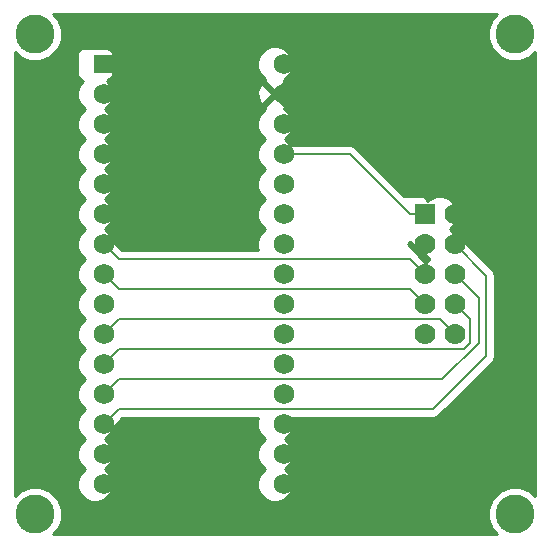
<source format=gtl>
G04 (created by PCBNEW-RS274X (2011-07-19)-testing) date Fri 10 Feb 2012 03:23:04 PM PST*
G01*
G70*
G90*
%MOIN*%
G04 Gerber Fmt 3.4, Leading zero omitted, Abs format*
%FSLAX34Y34*%
G04 APERTURE LIST*
%ADD10C,0.006000*%
%ADD11R,0.069000X0.060000*%
%ADD12C,0.069000*%
%ADD13R,0.070000X0.070000*%
%ADD14C,0.070000*%
%ADD15C,0.130000*%
%ADD16C,0.008000*%
%ADD17C,0.010000*%
G04 APERTURE END LIST*
G54D10*
G54D11*
X48300Y-32000D03*
G54D12*
X48300Y-33000D03*
X48300Y-34000D03*
X48300Y-35000D03*
X48300Y-36000D03*
X48300Y-37000D03*
X48300Y-38000D03*
X48300Y-39000D03*
X48300Y-40000D03*
X48300Y-41000D03*
X48300Y-42000D03*
X48300Y-43000D03*
X48300Y-44000D03*
X48300Y-45000D03*
X48300Y-46000D03*
X54300Y-46000D03*
X54300Y-45000D03*
X54300Y-44000D03*
X54300Y-43000D03*
X54300Y-42000D03*
X54300Y-41000D03*
X54300Y-40000D03*
X54300Y-39000D03*
X54300Y-38000D03*
X54300Y-37000D03*
X54300Y-36000D03*
X54300Y-35000D03*
X54300Y-34000D03*
X54300Y-33000D03*
X54300Y-32000D03*
G54D13*
X59000Y-37000D03*
G54D14*
X60000Y-37000D03*
X59000Y-38000D03*
X60000Y-38000D03*
X59000Y-39000D03*
X60000Y-39000D03*
X59000Y-40000D03*
X60000Y-40000D03*
X59000Y-41000D03*
X60000Y-41000D03*
G54D15*
X62000Y-31000D03*
X62000Y-47000D03*
X46000Y-47000D03*
X46000Y-31000D03*
G54D16*
X56507Y-35000D02*
X54300Y-35000D01*
X58507Y-37000D02*
X56507Y-35000D01*
X59000Y-37000D02*
X58507Y-37000D01*
X48800Y-42500D02*
X48300Y-43000D01*
X59571Y-42500D02*
X48800Y-42500D01*
X60790Y-41281D02*
X59571Y-42500D01*
X60790Y-39790D02*
X60790Y-41281D01*
X60000Y-39000D02*
X60790Y-39790D01*
X48800Y-41500D02*
X48300Y-42000D01*
X60310Y-41500D02*
X48800Y-41500D01*
X60508Y-41302D02*
X60310Y-41500D01*
X60508Y-40508D02*
X60508Y-41302D01*
X60000Y-40000D02*
X60508Y-40508D01*
X48800Y-43500D02*
X48300Y-44000D01*
X59281Y-43500D02*
X48800Y-43500D01*
X61051Y-41730D02*
X59281Y-43500D01*
X61051Y-39051D02*
X61051Y-41730D01*
X60000Y-38000D02*
X61051Y-39051D01*
X48800Y-38500D02*
X48300Y-38000D01*
X58500Y-38500D02*
X48800Y-38500D01*
X59000Y-39000D02*
X58500Y-38500D01*
X48800Y-39500D02*
X48300Y-39000D01*
X58500Y-39500D02*
X48800Y-39500D01*
X59000Y-40000D02*
X58500Y-39500D01*
X48800Y-40500D02*
X48300Y-41000D01*
X59500Y-40500D02*
X48800Y-40500D01*
X60000Y-41000D02*
X59500Y-40500D01*
G54D10*
G36*
X59153Y-38500D02*
X59031Y-38621D01*
X58838Y-38428D01*
X58843Y-38414D01*
X58535Y-38106D01*
X58500Y-38071D01*
X58429Y-38000D01*
X58500Y-37929D01*
X58571Y-38000D01*
X58606Y-38035D01*
X58914Y-38343D01*
X58984Y-38319D01*
X58992Y-38339D01*
X59153Y-38500D01*
X59153Y-38500D01*
G37*
G54D17*
X59153Y-38500D02*
X59031Y-38621D01*
X58838Y-38428D01*
X58843Y-38414D01*
X58535Y-38106D01*
X58500Y-38071D01*
X58429Y-38000D01*
X58500Y-37929D01*
X58571Y-38000D01*
X58606Y-38035D01*
X58914Y-38343D01*
X58984Y-38319D01*
X58992Y-38339D01*
X59153Y-38500D01*
G54D10*
G36*
X62675Y-46402D02*
X62511Y-46238D01*
X62180Y-46100D01*
X61822Y-46100D01*
X61491Y-46237D01*
X61341Y-46386D01*
X61341Y-41730D01*
X61341Y-39051D01*
X61319Y-38940D01*
X61256Y-38846D01*
X60205Y-37795D01*
X60111Y-37732D01*
X60030Y-37716D01*
X60008Y-37661D01*
X59847Y-37500D01*
X60008Y-37339D01*
X60099Y-37119D01*
X60099Y-36881D01*
X60008Y-36661D01*
X59839Y-36492D01*
X59619Y-36401D01*
X59381Y-36401D01*
X59161Y-36492D01*
X59085Y-36567D01*
X59061Y-36509D01*
X58991Y-36439D01*
X58900Y-36401D01*
X58801Y-36401D01*
X58318Y-36401D01*
X56712Y-34795D01*
X56618Y-34732D01*
X56507Y-34710D01*
X54522Y-34710D01*
X54504Y-34664D01*
X54340Y-34500D01*
X54503Y-34337D01*
X54594Y-34118D01*
X54594Y-33882D01*
X54594Y-32118D01*
X54594Y-31882D01*
X54504Y-31664D01*
X54337Y-31497D01*
X54118Y-31406D01*
X53882Y-31406D01*
X53664Y-31496D01*
X53497Y-31663D01*
X53406Y-31882D01*
X53406Y-32118D01*
X53496Y-32336D01*
X53663Y-32503D01*
X53685Y-32512D01*
X53661Y-32590D01*
X54000Y-32929D01*
X54339Y-32590D01*
X54314Y-32512D01*
X54336Y-32504D01*
X54503Y-32337D01*
X54594Y-32118D01*
X54594Y-33882D01*
X54588Y-33867D01*
X54588Y-33090D01*
X54578Y-32858D01*
X54508Y-32692D01*
X54410Y-32661D01*
X54071Y-33000D01*
X54410Y-33339D01*
X54508Y-33308D01*
X54588Y-33090D01*
X54588Y-33867D01*
X54504Y-33664D01*
X54337Y-33497D01*
X54314Y-33487D01*
X54339Y-33410D01*
X54000Y-33071D01*
X53929Y-33142D01*
X53929Y-33000D01*
X53590Y-32661D01*
X53492Y-32692D01*
X53412Y-32910D01*
X53422Y-33142D01*
X53492Y-33308D01*
X53590Y-33339D01*
X53929Y-33000D01*
X53929Y-33142D01*
X53661Y-33410D01*
X53685Y-33487D01*
X53664Y-33496D01*
X53497Y-33663D01*
X53406Y-33882D01*
X53406Y-34118D01*
X53496Y-34336D01*
X53660Y-34500D01*
X53497Y-34663D01*
X53406Y-34882D01*
X53406Y-35118D01*
X53496Y-35336D01*
X53660Y-35500D01*
X53497Y-35663D01*
X53406Y-35882D01*
X53406Y-36118D01*
X53496Y-36336D01*
X53660Y-36500D01*
X53497Y-36663D01*
X53406Y-36882D01*
X53406Y-37118D01*
X53496Y-37336D01*
X53660Y-37500D01*
X53497Y-37663D01*
X53406Y-37882D01*
X53406Y-38118D01*
X53443Y-38210D01*
X48920Y-38210D01*
X48594Y-37884D01*
X48594Y-37882D01*
X48504Y-37664D01*
X48340Y-37500D01*
X48503Y-37337D01*
X48594Y-37118D01*
X48594Y-36882D01*
X48504Y-36664D01*
X48340Y-36500D01*
X48503Y-36337D01*
X48594Y-36118D01*
X48594Y-35882D01*
X48504Y-35664D01*
X48340Y-35500D01*
X48503Y-35337D01*
X48594Y-35118D01*
X48594Y-34882D01*
X48504Y-34664D01*
X48340Y-34500D01*
X48503Y-34337D01*
X48594Y-34118D01*
X48594Y-33882D01*
X48504Y-33664D01*
X48340Y-33500D01*
X48503Y-33337D01*
X48594Y-33118D01*
X48594Y-32882D01*
X48504Y-32664D01*
X48389Y-32549D01*
X48394Y-32549D01*
X48486Y-32511D01*
X48556Y-32441D01*
X48594Y-32350D01*
X48594Y-32251D01*
X48594Y-31651D01*
X48556Y-31559D01*
X48486Y-31489D01*
X48395Y-31451D01*
X48296Y-31451D01*
X47606Y-31451D01*
X47514Y-31489D01*
X47444Y-31559D01*
X47406Y-31650D01*
X47406Y-31749D01*
X47406Y-32349D01*
X47444Y-32441D01*
X47514Y-32511D01*
X47605Y-32549D01*
X47611Y-32549D01*
X47497Y-32663D01*
X47406Y-32882D01*
X47406Y-33118D01*
X47496Y-33336D01*
X47660Y-33500D01*
X47497Y-33663D01*
X47406Y-33882D01*
X47406Y-34118D01*
X47496Y-34336D01*
X47660Y-34500D01*
X47497Y-34663D01*
X47406Y-34882D01*
X47406Y-35118D01*
X47496Y-35336D01*
X47660Y-35500D01*
X47497Y-35663D01*
X47406Y-35882D01*
X47406Y-36118D01*
X47496Y-36336D01*
X47660Y-36500D01*
X47497Y-36663D01*
X47406Y-36882D01*
X47406Y-37118D01*
X47496Y-37336D01*
X47660Y-37500D01*
X47497Y-37663D01*
X47406Y-37882D01*
X47406Y-38118D01*
X47496Y-38336D01*
X47660Y-38500D01*
X47497Y-38663D01*
X47406Y-38882D01*
X47406Y-39118D01*
X47496Y-39336D01*
X47660Y-39500D01*
X47497Y-39663D01*
X47406Y-39882D01*
X47406Y-40118D01*
X47496Y-40336D01*
X47660Y-40500D01*
X47497Y-40663D01*
X47406Y-40882D01*
X47406Y-41118D01*
X47496Y-41336D01*
X47660Y-41500D01*
X47497Y-41663D01*
X47406Y-41882D01*
X47406Y-42118D01*
X47496Y-42336D01*
X47660Y-42500D01*
X47497Y-42663D01*
X47406Y-42882D01*
X47406Y-43118D01*
X47496Y-43336D01*
X47660Y-43500D01*
X47497Y-43663D01*
X47406Y-43882D01*
X47406Y-44118D01*
X47496Y-44336D01*
X47660Y-44500D01*
X47497Y-44663D01*
X47406Y-44882D01*
X47406Y-45118D01*
X47496Y-45336D01*
X47660Y-45500D01*
X47497Y-45663D01*
X47406Y-45882D01*
X47406Y-46118D01*
X47496Y-46336D01*
X47663Y-46503D01*
X47882Y-46594D01*
X48118Y-46594D01*
X48336Y-46504D01*
X48503Y-46337D01*
X48594Y-46118D01*
X48594Y-45882D01*
X48504Y-45664D01*
X48340Y-45500D01*
X48503Y-45337D01*
X48594Y-45118D01*
X48594Y-44882D01*
X48504Y-44664D01*
X48340Y-44500D01*
X48503Y-44337D01*
X48594Y-44118D01*
X48594Y-44116D01*
X48920Y-43790D01*
X53444Y-43790D01*
X53406Y-43882D01*
X53406Y-44118D01*
X53496Y-44336D01*
X53660Y-44500D01*
X53497Y-44663D01*
X53406Y-44882D01*
X53406Y-45118D01*
X53496Y-45336D01*
X53660Y-45500D01*
X53497Y-45663D01*
X53406Y-45882D01*
X53406Y-46118D01*
X53496Y-46336D01*
X53663Y-46503D01*
X53882Y-46594D01*
X54118Y-46594D01*
X54336Y-46504D01*
X54503Y-46337D01*
X54594Y-46118D01*
X54594Y-45882D01*
X54504Y-45664D01*
X54340Y-45500D01*
X54503Y-45337D01*
X54594Y-45118D01*
X54594Y-44882D01*
X54504Y-44664D01*
X54340Y-44500D01*
X54503Y-44337D01*
X54594Y-44118D01*
X54594Y-43882D01*
X54556Y-43790D01*
X59281Y-43790D01*
X59392Y-43768D01*
X59486Y-43705D01*
X61256Y-41935D01*
X61319Y-41841D01*
X61341Y-41730D01*
X61341Y-46386D01*
X61238Y-46489D01*
X61100Y-46820D01*
X61100Y-47178D01*
X61237Y-47509D01*
X61402Y-47675D01*
X46597Y-47675D01*
X46762Y-47511D01*
X46900Y-47180D01*
X46900Y-46822D01*
X46763Y-46491D01*
X46511Y-46238D01*
X46180Y-46100D01*
X45822Y-46100D01*
X45491Y-46237D01*
X45325Y-46402D01*
X45325Y-31597D01*
X45489Y-31762D01*
X45820Y-31900D01*
X46178Y-31900D01*
X46509Y-31763D01*
X46762Y-31511D01*
X46900Y-31180D01*
X46900Y-30822D01*
X46763Y-30491D01*
X46597Y-30325D01*
X61402Y-30325D01*
X61238Y-30489D01*
X61100Y-30820D01*
X61100Y-31178D01*
X61237Y-31509D01*
X61489Y-31762D01*
X61820Y-31900D01*
X62178Y-31900D01*
X62509Y-31763D01*
X62675Y-31597D01*
X62675Y-46402D01*
X62675Y-46402D01*
G37*
G54D17*
X62675Y-46402D02*
X62511Y-46238D01*
X62180Y-46100D01*
X61822Y-46100D01*
X61491Y-46237D01*
X61341Y-46386D01*
X61341Y-41730D01*
X61341Y-39051D01*
X61319Y-38940D01*
X61256Y-38846D01*
X60205Y-37795D01*
X60111Y-37732D01*
X60030Y-37716D01*
X60008Y-37661D01*
X59847Y-37500D01*
X60008Y-37339D01*
X60099Y-37119D01*
X60099Y-36881D01*
X60008Y-36661D01*
X59839Y-36492D01*
X59619Y-36401D01*
X59381Y-36401D01*
X59161Y-36492D01*
X59085Y-36567D01*
X59061Y-36509D01*
X58991Y-36439D01*
X58900Y-36401D01*
X58801Y-36401D01*
X58318Y-36401D01*
X56712Y-34795D01*
X56618Y-34732D01*
X56507Y-34710D01*
X54522Y-34710D01*
X54504Y-34664D01*
X54340Y-34500D01*
X54503Y-34337D01*
X54594Y-34118D01*
X54594Y-33882D01*
X54594Y-32118D01*
X54594Y-31882D01*
X54504Y-31664D01*
X54337Y-31497D01*
X54118Y-31406D01*
X53882Y-31406D01*
X53664Y-31496D01*
X53497Y-31663D01*
X53406Y-31882D01*
X53406Y-32118D01*
X53496Y-32336D01*
X53663Y-32503D01*
X53685Y-32512D01*
X53661Y-32590D01*
X54000Y-32929D01*
X54339Y-32590D01*
X54314Y-32512D01*
X54336Y-32504D01*
X54503Y-32337D01*
X54594Y-32118D01*
X54594Y-33882D01*
X54588Y-33867D01*
X54588Y-33090D01*
X54578Y-32858D01*
X54508Y-32692D01*
X54410Y-32661D01*
X54071Y-33000D01*
X54410Y-33339D01*
X54508Y-33308D01*
X54588Y-33090D01*
X54588Y-33867D01*
X54504Y-33664D01*
X54337Y-33497D01*
X54314Y-33487D01*
X54339Y-33410D01*
X54000Y-33071D01*
X53929Y-33142D01*
X53929Y-33000D01*
X53590Y-32661D01*
X53492Y-32692D01*
X53412Y-32910D01*
X53422Y-33142D01*
X53492Y-33308D01*
X53590Y-33339D01*
X53929Y-33000D01*
X53929Y-33142D01*
X53661Y-33410D01*
X53685Y-33487D01*
X53664Y-33496D01*
X53497Y-33663D01*
X53406Y-33882D01*
X53406Y-34118D01*
X53496Y-34336D01*
X53660Y-34500D01*
X53497Y-34663D01*
X53406Y-34882D01*
X53406Y-35118D01*
X53496Y-35336D01*
X53660Y-35500D01*
X53497Y-35663D01*
X53406Y-35882D01*
X53406Y-36118D01*
X53496Y-36336D01*
X53660Y-36500D01*
X53497Y-36663D01*
X53406Y-36882D01*
X53406Y-37118D01*
X53496Y-37336D01*
X53660Y-37500D01*
X53497Y-37663D01*
X53406Y-37882D01*
X53406Y-38118D01*
X53443Y-38210D01*
X48920Y-38210D01*
X48594Y-37884D01*
X48594Y-37882D01*
X48504Y-37664D01*
X48340Y-37500D01*
X48503Y-37337D01*
X48594Y-37118D01*
X48594Y-36882D01*
X48504Y-36664D01*
X48340Y-36500D01*
X48503Y-36337D01*
X48594Y-36118D01*
X48594Y-35882D01*
X48504Y-35664D01*
X48340Y-35500D01*
X48503Y-35337D01*
X48594Y-35118D01*
X48594Y-34882D01*
X48504Y-34664D01*
X48340Y-34500D01*
X48503Y-34337D01*
X48594Y-34118D01*
X48594Y-33882D01*
X48504Y-33664D01*
X48340Y-33500D01*
X48503Y-33337D01*
X48594Y-33118D01*
X48594Y-32882D01*
X48504Y-32664D01*
X48389Y-32549D01*
X48394Y-32549D01*
X48486Y-32511D01*
X48556Y-32441D01*
X48594Y-32350D01*
X48594Y-32251D01*
X48594Y-31651D01*
X48556Y-31559D01*
X48486Y-31489D01*
X48395Y-31451D01*
X48296Y-31451D01*
X47606Y-31451D01*
X47514Y-31489D01*
X47444Y-31559D01*
X47406Y-31650D01*
X47406Y-31749D01*
X47406Y-32349D01*
X47444Y-32441D01*
X47514Y-32511D01*
X47605Y-32549D01*
X47611Y-32549D01*
X47497Y-32663D01*
X47406Y-32882D01*
X47406Y-33118D01*
X47496Y-33336D01*
X47660Y-33500D01*
X47497Y-33663D01*
X47406Y-33882D01*
X47406Y-34118D01*
X47496Y-34336D01*
X47660Y-34500D01*
X47497Y-34663D01*
X47406Y-34882D01*
X47406Y-35118D01*
X47496Y-35336D01*
X47660Y-35500D01*
X47497Y-35663D01*
X47406Y-35882D01*
X47406Y-36118D01*
X47496Y-36336D01*
X47660Y-36500D01*
X47497Y-36663D01*
X47406Y-36882D01*
X47406Y-37118D01*
X47496Y-37336D01*
X47660Y-37500D01*
X47497Y-37663D01*
X47406Y-37882D01*
X47406Y-38118D01*
X47496Y-38336D01*
X47660Y-38500D01*
X47497Y-38663D01*
X47406Y-38882D01*
X47406Y-39118D01*
X47496Y-39336D01*
X47660Y-39500D01*
X47497Y-39663D01*
X47406Y-39882D01*
X47406Y-40118D01*
X47496Y-40336D01*
X47660Y-40500D01*
X47497Y-40663D01*
X47406Y-40882D01*
X47406Y-41118D01*
X47496Y-41336D01*
X47660Y-41500D01*
X47497Y-41663D01*
X47406Y-41882D01*
X47406Y-42118D01*
X47496Y-42336D01*
X47660Y-42500D01*
X47497Y-42663D01*
X47406Y-42882D01*
X47406Y-43118D01*
X47496Y-43336D01*
X47660Y-43500D01*
X47497Y-43663D01*
X47406Y-43882D01*
X47406Y-44118D01*
X47496Y-44336D01*
X47660Y-44500D01*
X47497Y-44663D01*
X47406Y-44882D01*
X47406Y-45118D01*
X47496Y-45336D01*
X47660Y-45500D01*
X47497Y-45663D01*
X47406Y-45882D01*
X47406Y-46118D01*
X47496Y-46336D01*
X47663Y-46503D01*
X47882Y-46594D01*
X48118Y-46594D01*
X48336Y-46504D01*
X48503Y-46337D01*
X48594Y-46118D01*
X48594Y-45882D01*
X48504Y-45664D01*
X48340Y-45500D01*
X48503Y-45337D01*
X48594Y-45118D01*
X48594Y-44882D01*
X48504Y-44664D01*
X48340Y-44500D01*
X48503Y-44337D01*
X48594Y-44118D01*
X48594Y-44116D01*
X48920Y-43790D01*
X53444Y-43790D01*
X53406Y-43882D01*
X53406Y-44118D01*
X53496Y-44336D01*
X53660Y-44500D01*
X53497Y-44663D01*
X53406Y-44882D01*
X53406Y-45118D01*
X53496Y-45336D01*
X53660Y-45500D01*
X53497Y-45663D01*
X53406Y-45882D01*
X53406Y-46118D01*
X53496Y-46336D01*
X53663Y-46503D01*
X53882Y-46594D01*
X54118Y-46594D01*
X54336Y-46504D01*
X54503Y-46337D01*
X54594Y-46118D01*
X54594Y-45882D01*
X54504Y-45664D01*
X54340Y-45500D01*
X54503Y-45337D01*
X54594Y-45118D01*
X54594Y-44882D01*
X54504Y-44664D01*
X54340Y-44500D01*
X54503Y-44337D01*
X54594Y-44118D01*
X54594Y-43882D01*
X54556Y-43790D01*
X59281Y-43790D01*
X59392Y-43768D01*
X59486Y-43705D01*
X61256Y-41935D01*
X61319Y-41841D01*
X61341Y-41730D01*
X61341Y-46386D01*
X61238Y-46489D01*
X61100Y-46820D01*
X61100Y-47178D01*
X61237Y-47509D01*
X61402Y-47675D01*
X46597Y-47675D01*
X46762Y-47511D01*
X46900Y-47180D01*
X46900Y-46822D01*
X46763Y-46491D01*
X46511Y-46238D01*
X46180Y-46100D01*
X45822Y-46100D01*
X45491Y-46237D01*
X45325Y-46402D01*
X45325Y-31597D01*
X45489Y-31762D01*
X45820Y-31900D01*
X46178Y-31900D01*
X46509Y-31763D01*
X46762Y-31511D01*
X46900Y-31180D01*
X46900Y-30822D01*
X46763Y-30491D01*
X46597Y-30325D01*
X61402Y-30325D01*
X61238Y-30489D01*
X61100Y-30820D01*
X61100Y-31178D01*
X61237Y-31509D01*
X61489Y-31762D01*
X61820Y-31900D01*
X62178Y-31900D01*
X62509Y-31763D01*
X62675Y-31597D01*
X62675Y-46402D01*
M02*

</source>
